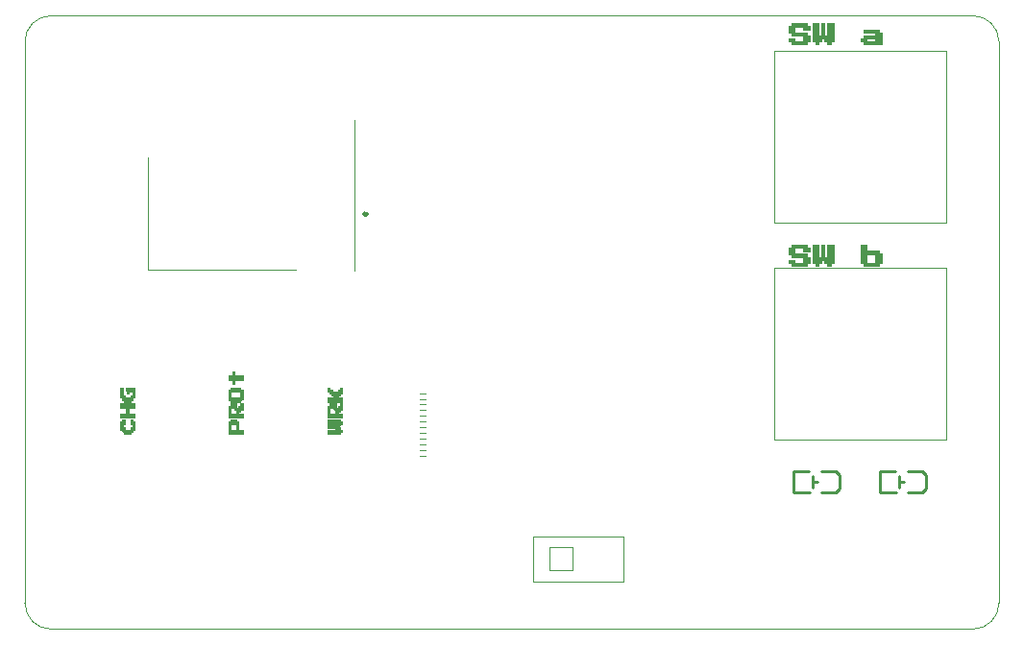
<source format=gbr>
%TF.GenerationSoftware,KiCad,Pcbnew,(6.0.2)*%
%TF.CreationDate,2022-03-14T13:43:41+08:00*%
%TF.ProjectId,game,67616d65-2e6b-4696-9361-645f70636258,0.1*%
%TF.SameCoordinates,Original*%
%TF.FileFunction,Legend,Top*%
%TF.FilePolarity,Positive*%
%FSLAX46Y46*%
G04 Gerber Fmt 4.6, Leading zero omitted, Abs format (unit mm)*
G04 Created by KiCad (PCBNEW (6.0.2)) date 2022-03-14 13:43:41*
%MOMM*%
%LPD*%
G01*
G04 APERTURE LIST*
%TA.AperFunction,Profile*%
%ADD10C,0.100000*%
%TD*%
%ADD11C,0.300000*%
%ADD12C,0.100000*%
%ADD13C,0.120000*%
%ADD14C,0.254000*%
%ADD15C,0.010000*%
G04 APERTURE END LIST*
D10*
X109550200Y-123291600D02*
X190830200Y-123291600D01*
X190830200Y-123291600D02*
G75*
G03*
X193116200Y-121005600I0J2286000D01*
G01*
X193116200Y-71475600D02*
X193116200Y-121005600D01*
X107264200Y-71475600D02*
X107264200Y-121005600D01*
X193116200Y-71475600D02*
G75*
G03*
X190830200Y-69189600I-2286000J0D01*
G01*
X109550200Y-69189600D02*
X190830200Y-69189600D01*
X107264200Y-121005600D02*
G75*
G03*
X109550200Y-123291600I2286000J0D01*
G01*
X109550200Y-69189600D02*
G75*
G03*
X107264200Y-71475600I0J-2286000D01*
G01*
D11*
%TO.C,S1*%
X137368200Y-86715600D02*
X137368200Y-86715600D01*
D12*
X118069200Y-91550600D02*
X131169200Y-91550600D01*
D11*
X137169200Y-86715600D02*
X137169200Y-86715600D01*
D12*
X136268200Y-78400600D02*
X136268200Y-91715600D01*
X118069200Y-81715600D02*
X118069200Y-91550600D01*
D11*
X137169200Y-86715600D02*
G75*
G03*
X137368200Y-86715600I99500J0D01*
G01*
X137368200Y-86715600D02*
G75*
G03*
X137169200Y-86715600I-99500J0D01*
G01*
D13*
%TO.C,S3*%
X188498800Y-91383800D02*
X173298800Y-91383800D01*
X173298800Y-91383800D02*
X173298800Y-106583800D01*
X173298800Y-106583800D02*
X188498800Y-106583800D01*
X188498800Y-106583800D02*
X188498800Y-91383800D01*
D14*
%TO.C,LED1*%
X184274000Y-110812200D02*
X184274000Y-109812200D01*
X184274000Y-110307200D02*
X184774000Y-110307200D01*
X186324000Y-109362200D02*
X186324000Y-109362200D01*
X185074000Y-109362200D02*
X186324000Y-109362200D01*
X186324000Y-109362200D02*
X186674000Y-109712200D01*
X186674000Y-110912200D02*
X186674000Y-109712200D01*
X182594000Y-111272200D02*
X182594000Y-109372200D01*
X183934000Y-109372200D02*
X182594000Y-109372200D01*
X186324000Y-111262200D02*
X186674000Y-110912200D01*
X186324000Y-111262200D02*
X186324000Y-111262200D01*
X184074000Y-111262200D02*
X182594000Y-111272200D01*
X185074000Y-111262200D02*
X186324000Y-111262200D01*
%TO.C,LED2*%
X176652600Y-110302200D02*
X177152600Y-110302200D01*
X178702600Y-111257200D02*
X178702600Y-111257200D01*
X178702600Y-109357200D02*
X179052600Y-109707200D01*
X174972600Y-111267200D02*
X174972600Y-109367200D01*
X178702600Y-111257200D02*
X179052600Y-110907200D01*
X178702600Y-109357200D02*
X178702600Y-109357200D01*
X179052600Y-110907200D02*
X179052600Y-109707200D01*
X177452600Y-111257200D02*
X178702600Y-111257200D01*
X176652600Y-110807200D02*
X176652600Y-109807200D01*
X176312600Y-109367200D02*
X174972600Y-109367200D01*
X176452600Y-111257200D02*
X174972600Y-111267200D01*
X177452600Y-109357200D02*
X178702600Y-109357200D01*
D13*
%TO.C,S4*%
X152032200Y-119093600D02*
X160032200Y-119093600D01*
X160032200Y-119093600D02*
X160032200Y-115093600D01*
X160032200Y-115093600D02*
X152032200Y-115093600D01*
X152032200Y-115093600D02*
X152032200Y-119093600D01*
X153532200Y-118093600D02*
X155532200Y-118093600D01*
X155532200Y-118093600D02*
X155532200Y-116093600D01*
X155532200Y-116093600D02*
X153532200Y-116093600D01*
X153532200Y-116093600D02*
X153532200Y-118093600D01*
D15*
%TO.C,Ref\u002A\u002A*%
X176161700Y-70112466D02*
X176436866Y-70112466D01*
X176436866Y-70112466D02*
X176436866Y-70408800D01*
X176436866Y-70408800D02*
X175886533Y-70408800D01*
X175886533Y-70408800D02*
X175886533Y-70133633D01*
X175886533Y-70133633D02*
X175103366Y-70133633D01*
X175103366Y-70133633D02*
X175103366Y-70641633D01*
X175103366Y-70641633D02*
X176161700Y-70641633D01*
X176161700Y-70641633D02*
X176161700Y-70916800D01*
X176161700Y-70916800D02*
X176436866Y-70916800D01*
X176436866Y-70916800D02*
X176436866Y-71467133D01*
X176436866Y-71467133D02*
X176161700Y-71467133D01*
X176161700Y-71467133D02*
X176161700Y-71721133D01*
X176161700Y-71721133D02*
X174828200Y-71721133D01*
X174828200Y-71721133D02*
X174828200Y-71467133D01*
X174828200Y-71467133D02*
X174553033Y-71467133D01*
X174553033Y-71467133D02*
X174553033Y-71170800D01*
X174553033Y-71170800D02*
X175103366Y-71170800D01*
X175103366Y-71170800D02*
X175103366Y-71445966D01*
X175103366Y-71445966D02*
X175886533Y-71445966D01*
X175886533Y-71445966D02*
X175886533Y-70937966D01*
X175886533Y-70937966D02*
X174828200Y-70937966D01*
X174828200Y-70937966D02*
X174828200Y-70662800D01*
X174828200Y-70662800D02*
X174553033Y-70662800D01*
X174553033Y-70662800D02*
X174553033Y-70112466D01*
X174553033Y-70112466D02*
X174828200Y-70112466D01*
X174828200Y-70112466D02*
X174828200Y-69858466D01*
X174828200Y-69858466D02*
X176161700Y-69858466D01*
X176161700Y-69858466D02*
X176161700Y-70112466D01*
X176161700Y-70112466D02*
X176161700Y-70112466D01*
G36*
X176161700Y-70112466D02*
G01*
X176436866Y-70112466D01*
X176436866Y-70408800D01*
X175886533Y-70408800D01*
X175886533Y-70133633D01*
X175103366Y-70133633D01*
X175103366Y-70641633D01*
X176161700Y-70641633D01*
X176161700Y-70916800D01*
X176436866Y-70916800D01*
X176436866Y-71467133D01*
X176161700Y-71467133D01*
X176161700Y-71721133D01*
X174828200Y-71721133D01*
X174828200Y-71467133D01*
X174553033Y-71467133D01*
X174553033Y-71170800D01*
X175103366Y-71170800D01*
X175103366Y-71445966D01*
X175886533Y-71445966D01*
X175886533Y-70937966D01*
X174828200Y-70937966D01*
X174828200Y-70662800D01*
X174553033Y-70662800D01*
X174553033Y-70112466D01*
X174828200Y-70112466D01*
X174828200Y-69858466D01*
X176161700Y-69858466D01*
X176161700Y-70112466D01*
G37*
X176161700Y-70112466D02*
X176436866Y-70112466D01*
X176436866Y-70408800D01*
X175886533Y-70408800D01*
X175886533Y-70133633D01*
X175103366Y-70133633D01*
X175103366Y-70641633D01*
X176161700Y-70641633D01*
X176161700Y-70916800D01*
X176436866Y-70916800D01*
X176436866Y-71467133D01*
X176161700Y-71467133D01*
X176161700Y-71721133D01*
X174828200Y-71721133D01*
X174828200Y-71467133D01*
X174553033Y-71467133D01*
X174553033Y-71170800D01*
X175103366Y-71170800D01*
X175103366Y-71445966D01*
X175886533Y-71445966D01*
X175886533Y-70937966D01*
X174828200Y-70937966D01*
X174828200Y-70662800D01*
X174553033Y-70662800D01*
X174553033Y-70112466D01*
X174828200Y-70112466D01*
X174828200Y-69858466D01*
X176161700Y-69858466D01*
X176161700Y-70112466D01*
X125933200Y-103746300D02*
X126007283Y-103746300D01*
X126007283Y-103746300D02*
X126054716Y-103743736D01*
X126054716Y-103743736D02*
X126075795Y-103727910D01*
X126075795Y-103727910D02*
X126081201Y-103686616D01*
X126081201Y-103686616D02*
X126081366Y-103661633D01*
X126081366Y-103661633D02*
X126083403Y-103607439D01*
X126083403Y-103607439D02*
X126097660Y-103583358D01*
X126097660Y-103583358D02*
X126136359Y-103577170D01*
X126136359Y-103577170D02*
X126166033Y-103576966D01*
X126166033Y-103576966D02*
X126250700Y-103576966D01*
X126250700Y-103576966D02*
X126250700Y-103386466D01*
X126250700Y-103386466D02*
X126462366Y-103386466D01*
X126462366Y-103386466D02*
X126462366Y-103936800D01*
X126462366Y-103936800D02*
X126271866Y-103936800D01*
X126271866Y-103936800D02*
X126271866Y-104127300D01*
X126271866Y-104127300D02*
X126187200Y-104127300D01*
X126187200Y-104127300D02*
X126132990Y-104129542D01*
X126132990Y-104129542D02*
X126108900Y-104143390D01*
X126108900Y-104143390D02*
X126102722Y-104179523D01*
X126102722Y-104179523D02*
X126102533Y-104201383D01*
X126102533Y-104201383D02*
X126102533Y-104275466D01*
X126102533Y-104275466D02*
X126464014Y-104275466D01*
X126464014Y-104275466D02*
X126457899Y-104460675D01*
X126457899Y-104460675D02*
X126451783Y-104645883D01*
X126451783Y-104645883D02*
X125822075Y-104651489D01*
X125822075Y-104651489D02*
X125192366Y-104657096D01*
X125192366Y-104657096D02*
X125192366Y-103767466D01*
X125192366Y-103767466D02*
X125404033Y-103767466D01*
X125404033Y-103767466D02*
X125404033Y-104275466D01*
X125404033Y-104275466D02*
X125912033Y-104275466D01*
X125912033Y-104275466D02*
X125912033Y-103936800D01*
X125912033Y-103936800D02*
X125721533Y-103936800D01*
X125721533Y-103936800D02*
X125721533Y-103767466D01*
X125721533Y-103767466D02*
X125404033Y-103767466D01*
X125404033Y-103767466D02*
X125192366Y-103767466D01*
X125192366Y-103767466D02*
X125192366Y-103576966D01*
X125192366Y-103576966D02*
X125382866Y-103576966D01*
X125382866Y-103576966D02*
X125382866Y-103386466D01*
X125382866Y-103386466D02*
X125933200Y-103386466D01*
X125933200Y-103386466D02*
X125933200Y-103746300D01*
X125933200Y-103746300D02*
X125933200Y-103746300D01*
G36*
X125382866Y-103576966D02*
G01*
X125382866Y-103386466D01*
X125933200Y-103386466D01*
X125933200Y-103746300D01*
X126007283Y-103746300D01*
X126054716Y-103743736D01*
X126075795Y-103727910D01*
X126081201Y-103686616D01*
X126081366Y-103661633D01*
X126083403Y-103607439D01*
X126097660Y-103583358D01*
X126136359Y-103577170D01*
X126166033Y-103576966D01*
X126250700Y-103576966D01*
X126250700Y-103386466D01*
X126462366Y-103386466D01*
X126462366Y-103936800D01*
X126271866Y-103936800D01*
X126271866Y-104127300D01*
X126187200Y-104127300D01*
X126132990Y-104129542D01*
X126108900Y-104143390D01*
X126102722Y-104179523D01*
X126102533Y-104201383D01*
X126102533Y-104275466D01*
X126464014Y-104275466D01*
X126457899Y-104460675D01*
X126451783Y-104645883D01*
X125822075Y-104651489D01*
X125192366Y-104657096D01*
X125192366Y-104275466D01*
X125404033Y-104275466D01*
X125912033Y-104275466D01*
X125912033Y-103936800D01*
X125721533Y-103936800D01*
X125721533Y-103767466D01*
X125404033Y-103767466D01*
X125404033Y-104275466D01*
X125192366Y-104275466D01*
X125192366Y-103576966D01*
X125382866Y-103576966D01*
G37*
X125382866Y-103576966D02*
X125382866Y-103386466D01*
X125933200Y-103386466D01*
X125933200Y-103746300D01*
X126007283Y-103746300D01*
X126054716Y-103743736D01*
X126075795Y-103727910D01*
X126081201Y-103686616D01*
X126081366Y-103661633D01*
X126083403Y-103607439D01*
X126097660Y-103583358D01*
X126136359Y-103577170D01*
X126166033Y-103576966D01*
X126250700Y-103576966D01*
X126250700Y-103386466D01*
X126462366Y-103386466D01*
X126462366Y-103936800D01*
X126271866Y-103936800D01*
X126271866Y-104127300D01*
X126187200Y-104127300D01*
X126132990Y-104129542D01*
X126108900Y-104143390D01*
X126102722Y-104179523D01*
X126102533Y-104201383D01*
X126102533Y-104275466D01*
X126464014Y-104275466D01*
X126457899Y-104460675D01*
X126451783Y-104645883D01*
X125822075Y-104651489D01*
X125192366Y-104657096D01*
X125192366Y-104275466D01*
X125404033Y-104275466D01*
X125912033Y-104275466D01*
X125912033Y-103936800D01*
X125721533Y-103936800D01*
X125721533Y-103767466D01*
X125404033Y-103767466D01*
X125404033Y-104275466D01*
X125192366Y-104275466D01*
X125192366Y-103576966D01*
X125382866Y-103576966D01*
X176161700Y-89649300D02*
X176436866Y-89649300D01*
X176436866Y-89649300D02*
X176436866Y-89945633D01*
X176436866Y-89945633D02*
X175886533Y-89945633D01*
X175886533Y-89945633D02*
X175886533Y-89670466D01*
X175886533Y-89670466D02*
X175103366Y-89670466D01*
X175103366Y-89670466D02*
X175103366Y-90178466D01*
X175103366Y-90178466D02*
X176161700Y-90178466D01*
X176161700Y-90178466D02*
X176161700Y-90453633D01*
X176161700Y-90453633D02*
X176436866Y-90453633D01*
X176436866Y-90453633D02*
X176436866Y-91003966D01*
X176436866Y-91003966D02*
X176161700Y-91003966D01*
X176161700Y-91003966D02*
X176161700Y-91257966D01*
X176161700Y-91257966D02*
X174828200Y-91257966D01*
X174828200Y-91257966D02*
X174828200Y-91003966D01*
X174828200Y-91003966D02*
X174553033Y-91003966D01*
X174553033Y-91003966D02*
X174553033Y-90707633D01*
X174553033Y-90707633D02*
X175103366Y-90707633D01*
X175103366Y-90707633D02*
X175103366Y-90982800D01*
X175103366Y-90982800D02*
X175886533Y-90982800D01*
X175886533Y-90982800D02*
X175886533Y-90474800D01*
X175886533Y-90474800D02*
X174828200Y-90474800D01*
X174828200Y-90474800D02*
X174828200Y-90199633D01*
X174828200Y-90199633D02*
X174553033Y-90199633D01*
X174553033Y-90199633D02*
X174553033Y-89649300D01*
X174553033Y-89649300D02*
X174828200Y-89649300D01*
X174828200Y-89649300D02*
X174828200Y-89395300D01*
X174828200Y-89395300D02*
X176161700Y-89395300D01*
X176161700Y-89395300D02*
X176161700Y-89649300D01*
X176161700Y-89649300D02*
X176161700Y-89649300D01*
G36*
X176161700Y-89649300D02*
G01*
X176436866Y-89649300D01*
X176436866Y-89945633D01*
X175886533Y-89945633D01*
X175886533Y-89670466D01*
X175103366Y-89670466D01*
X175103366Y-90178466D01*
X176161700Y-90178466D01*
X176161700Y-90453633D01*
X176436866Y-90453633D01*
X176436866Y-91003966D01*
X176161700Y-91003966D01*
X176161700Y-91257966D01*
X174828200Y-91257966D01*
X174828200Y-91003966D01*
X174553033Y-91003966D01*
X174553033Y-90707633D01*
X175103366Y-90707633D01*
X175103366Y-90982800D01*
X175886533Y-90982800D01*
X175886533Y-90474800D01*
X174828200Y-90474800D01*
X174828200Y-90199633D01*
X174553033Y-90199633D01*
X174553033Y-89649300D01*
X174828200Y-89649300D01*
X174828200Y-89395300D01*
X176161700Y-89395300D01*
X176161700Y-89649300D01*
G37*
X176161700Y-89649300D02*
X176436866Y-89649300D01*
X176436866Y-89945633D01*
X175886533Y-89945633D01*
X175886533Y-89670466D01*
X175103366Y-89670466D01*
X175103366Y-90178466D01*
X176161700Y-90178466D01*
X176161700Y-90453633D01*
X176436866Y-90453633D01*
X176436866Y-91003966D01*
X176161700Y-91003966D01*
X176161700Y-91257966D01*
X174828200Y-91257966D01*
X174828200Y-91003966D01*
X174553033Y-91003966D01*
X174553033Y-90707633D01*
X175103366Y-90707633D01*
X175103366Y-90982800D01*
X175886533Y-90982800D01*
X175886533Y-90474800D01*
X174828200Y-90474800D01*
X174828200Y-90199633D01*
X174553033Y-90199633D01*
X174553033Y-89649300D01*
X174828200Y-89649300D01*
X174828200Y-89395300D01*
X176161700Y-89395300D01*
X176161700Y-89649300D01*
X177220033Y-70916800D02*
X177474033Y-70916800D01*
X177474033Y-70916800D02*
X177474033Y-69858466D01*
X177474033Y-69858466D02*
X177749200Y-69858466D01*
X177749200Y-69858466D02*
X177749200Y-70916800D01*
X177749200Y-70916800D02*
X178003200Y-70916800D01*
X178003200Y-70916800D02*
X178003200Y-69858466D01*
X178003200Y-69858466D02*
X178553533Y-69858466D01*
X178553533Y-69858466D02*
X178553533Y-71467133D01*
X178553533Y-71467133D02*
X178278366Y-71467133D01*
X178278366Y-71467133D02*
X178278366Y-71721133D01*
X178278366Y-71721133D02*
X178003200Y-71721133D01*
X178003200Y-71721133D02*
X178003200Y-71467133D01*
X178003200Y-71467133D02*
X177728033Y-71467133D01*
X177728033Y-71467133D02*
X177728033Y-71191966D01*
X177728033Y-71191966D02*
X177495200Y-71191966D01*
X177495200Y-71191966D02*
X177495200Y-71467133D01*
X177495200Y-71467133D02*
X177220033Y-71467133D01*
X177220033Y-71467133D02*
X177220033Y-71721133D01*
X177220033Y-71721133D02*
X176944866Y-71721133D01*
X176944866Y-71721133D02*
X176944866Y-71467133D01*
X176944866Y-71467133D02*
X176669700Y-71467133D01*
X176669700Y-71467133D02*
X176669700Y-69858466D01*
X176669700Y-69858466D02*
X177220033Y-69858466D01*
X177220033Y-69858466D02*
X177220033Y-70916800D01*
X177220033Y-70916800D02*
X177220033Y-70916800D01*
G36*
X177220033Y-70916800D02*
G01*
X177474033Y-70916800D01*
X177474033Y-69858466D01*
X177749200Y-69858466D01*
X177749200Y-70916800D01*
X178003200Y-70916800D01*
X178003200Y-69858466D01*
X178553533Y-69858466D01*
X178553533Y-71467133D01*
X178278366Y-71467133D01*
X178278366Y-71721133D01*
X178003200Y-71721133D01*
X178003200Y-71467133D01*
X177728033Y-71467133D01*
X177728033Y-71191966D01*
X177495200Y-71191966D01*
X177495200Y-71467133D01*
X177220033Y-71467133D01*
X177220033Y-71721133D01*
X176944866Y-71721133D01*
X176944866Y-71467133D01*
X176669700Y-71467133D01*
X176669700Y-69858466D01*
X177220033Y-69858466D01*
X177220033Y-70916800D01*
G37*
X177220033Y-70916800D02*
X177474033Y-70916800D01*
X177474033Y-69858466D01*
X177749200Y-69858466D01*
X177749200Y-70916800D01*
X178003200Y-70916800D01*
X178003200Y-69858466D01*
X178553533Y-69858466D01*
X178553533Y-71467133D01*
X178278366Y-71467133D01*
X178278366Y-71721133D01*
X178003200Y-71721133D01*
X178003200Y-71467133D01*
X177728033Y-71467133D01*
X177728033Y-71191966D01*
X177495200Y-71191966D01*
X177495200Y-71467133D01*
X177220033Y-71467133D01*
X177220033Y-71721133D01*
X176944866Y-71721133D01*
X176944866Y-71467133D01*
X176669700Y-71467133D01*
X176669700Y-69858466D01*
X177220033Y-69858466D01*
X177220033Y-70916800D01*
X125933200Y-104889300D02*
X125935236Y-104943493D01*
X125935236Y-104943493D02*
X125949494Y-104967574D01*
X125949494Y-104967574D02*
X125988192Y-104973763D01*
X125988192Y-104973763D02*
X126017866Y-104973966D01*
X126017866Y-104973966D02*
X126102533Y-104973966D01*
X126102533Y-104973966D02*
X126102533Y-105693633D01*
X126102533Y-105693633D02*
X126462366Y-105693633D01*
X126462366Y-105693633D02*
X126462366Y-106053466D01*
X126462366Y-106053466D02*
X125192366Y-106053466D01*
X125192366Y-106053466D02*
X125192366Y-105185633D01*
X125192366Y-105185633D02*
X125404033Y-105185633D01*
X125404033Y-105185633D02*
X125404033Y-105693633D01*
X125404033Y-105693633D02*
X125912033Y-105693633D01*
X125912033Y-105693633D02*
X125912033Y-105185633D01*
X125912033Y-105185633D02*
X125404033Y-105185633D01*
X125404033Y-105185633D02*
X125192366Y-105185633D01*
X125192366Y-105185633D02*
X125192366Y-104973966D01*
X125192366Y-104973966D02*
X125382866Y-104973966D01*
X125382866Y-104973966D02*
X125382866Y-104804633D01*
X125382866Y-104804633D02*
X125933200Y-104804633D01*
X125933200Y-104804633D02*
X125933200Y-104889300D01*
X125933200Y-104889300D02*
X125933200Y-104889300D01*
G36*
X125382866Y-104973966D02*
G01*
X125382866Y-104804633D01*
X125933200Y-104804633D01*
X125933200Y-104889300D01*
X125935236Y-104943493D01*
X125949494Y-104967574D01*
X125988192Y-104973763D01*
X126017866Y-104973966D01*
X126102533Y-104973966D01*
X126102533Y-105693633D01*
X126462366Y-105693633D01*
X126462366Y-106053466D01*
X125192366Y-106053466D01*
X125192366Y-105693633D01*
X125404033Y-105693633D01*
X125912033Y-105693633D01*
X125912033Y-105185633D01*
X125404033Y-105185633D01*
X125404033Y-105693633D01*
X125192366Y-105693633D01*
X125192366Y-104973966D01*
X125382866Y-104973966D01*
G37*
X125382866Y-104973966D02*
X125382866Y-104804633D01*
X125933200Y-104804633D01*
X125933200Y-104889300D01*
X125935236Y-104943493D01*
X125949494Y-104967574D01*
X125988192Y-104973763D01*
X126017866Y-104973966D01*
X126102533Y-104973966D01*
X126102533Y-105693633D01*
X126462366Y-105693633D01*
X126462366Y-106053466D01*
X125192366Y-106053466D01*
X125192366Y-105693633D01*
X125404033Y-105693633D01*
X125912033Y-105693633D01*
X125912033Y-105185633D01*
X125404033Y-105185633D01*
X125404033Y-105693633D01*
X125192366Y-105693633D01*
X125192366Y-104973966D01*
X125382866Y-104973966D01*
X134675033Y-103746300D02*
X134759700Y-103746300D01*
X134759700Y-103746300D02*
X134813893Y-103744263D01*
X134813893Y-103744263D02*
X134837974Y-103730005D01*
X134837974Y-103730005D02*
X134844163Y-103691307D01*
X134844163Y-103691307D02*
X134844366Y-103661633D01*
X134844366Y-103661633D02*
X134846403Y-103607439D01*
X134846403Y-103607439D02*
X134860660Y-103583358D01*
X134860660Y-103583358D02*
X134899359Y-103577170D01*
X134899359Y-103577170D02*
X134929033Y-103576966D01*
X134929033Y-103576966D02*
X135013700Y-103576966D01*
X135013700Y-103576966D02*
X135013700Y-103386466D01*
X135013700Y-103386466D02*
X135204200Y-103386466D01*
X135204200Y-103386466D02*
X135204200Y-103936800D01*
X135204200Y-103936800D02*
X135034866Y-103936800D01*
X135034866Y-103936800D02*
X135034866Y-104127300D01*
X135034866Y-104127300D02*
X134950200Y-104127300D01*
X134950200Y-104127300D02*
X134895990Y-104129542D01*
X134895990Y-104129542D02*
X134871900Y-104143390D01*
X134871900Y-104143390D02*
X134865722Y-104179523D01*
X134865722Y-104179523D02*
X134865533Y-104201383D01*
X134865533Y-104201383D02*
X134865533Y-104275466D01*
X134865533Y-104275466D02*
X135204200Y-104275466D01*
X135204200Y-104275466D02*
X135204200Y-104656466D01*
X135204200Y-104656466D02*
X133955366Y-104656466D01*
X133955366Y-104656466D02*
X133955366Y-103767466D01*
X133955366Y-103767466D02*
X134145866Y-103767466D01*
X134145866Y-103767466D02*
X134145866Y-104275466D01*
X134145866Y-104275466D02*
X134653866Y-104275466D01*
X134653866Y-104275466D02*
X134653866Y-103936800D01*
X134653866Y-103936800D02*
X134569200Y-103936800D01*
X134569200Y-103936800D02*
X134515006Y-103934763D01*
X134515006Y-103934763D02*
X134490925Y-103920505D01*
X134490925Y-103920505D02*
X134484736Y-103881807D01*
X134484736Y-103881807D02*
X134484533Y-103852133D01*
X134484533Y-103852133D02*
X134484533Y-103767466D01*
X134484533Y-103767466D02*
X134145866Y-103767466D01*
X134145866Y-103767466D02*
X133955366Y-103767466D01*
X133955366Y-103767466D02*
X133955366Y-103576966D01*
X133955366Y-103576966D02*
X134124700Y-103576966D01*
X134124700Y-103576966D02*
X134124700Y-103386466D01*
X134124700Y-103386466D02*
X134675033Y-103386466D01*
X134675033Y-103386466D02*
X134675033Y-103746300D01*
X134675033Y-103746300D02*
X134675033Y-103746300D01*
G36*
X134124700Y-103576966D02*
G01*
X134124700Y-103386466D01*
X134675033Y-103386466D01*
X134675033Y-103746300D01*
X134759700Y-103746300D01*
X134813893Y-103744263D01*
X134837974Y-103730005D01*
X134844163Y-103691307D01*
X134844366Y-103661633D01*
X134846403Y-103607439D01*
X134860660Y-103583358D01*
X134899359Y-103577170D01*
X134929033Y-103576966D01*
X135013700Y-103576966D01*
X135013700Y-103386466D01*
X135204200Y-103386466D01*
X135204200Y-103936800D01*
X135034866Y-103936800D01*
X135034866Y-104127300D01*
X134950200Y-104127300D01*
X134895990Y-104129542D01*
X134871900Y-104143390D01*
X134865722Y-104179523D01*
X134865533Y-104201383D01*
X134865533Y-104275466D01*
X135204200Y-104275466D01*
X135204200Y-104656466D01*
X133955366Y-104656466D01*
X133955366Y-104275466D01*
X134145866Y-104275466D01*
X134653866Y-104275466D01*
X134653866Y-103936800D01*
X134569200Y-103936800D01*
X134515006Y-103934763D01*
X134490925Y-103920505D01*
X134484736Y-103881807D01*
X134484533Y-103852133D01*
X134484533Y-103767466D01*
X134145866Y-103767466D01*
X134145866Y-104275466D01*
X133955366Y-104275466D01*
X133955366Y-103576966D01*
X134124700Y-103576966D01*
G37*
X134124700Y-103576966D02*
X134124700Y-103386466D01*
X134675033Y-103386466D01*
X134675033Y-103746300D01*
X134759700Y-103746300D01*
X134813893Y-103744263D01*
X134837974Y-103730005D01*
X134844163Y-103691307D01*
X134844366Y-103661633D01*
X134846403Y-103607439D01*
X134860660Y-103583358D01*
X134899359Y-103577170D01*
X134929033Y-103576966D01*
X135013700Y-103576966D01*
X135013700Y-103386466D01*
X135204200Y-103386466D01*
X135204200Y-103936800D01*
X135034866Y-103936800D01*
X135034866Y-104127300D01*
X134950200Y-104127300D01*
X134895990Y-104129542D01*
X134871900Y-104143390D01*
X134865722Y-104179523D01*
X134865533Y-104201383D01*
X134865533Y-104275466D01*
X135204200Y-104275466D01*
X135204200Y-104656466D01*
X133955366Y-104656466D01*
X133955366Y-104275466D01*
X134145866Y-104275466D01*
X134653866Y-104275466D01*
X134653866Y-103936800D01*
X134569200Y-103936800D01*
X134515006Y-103934763D01*
X134490925Y-103920505D01*
X134484736Y-103881807D01*
X134484533Y-103852133D01*
X134484533Y-103767466D01*
X134145866Y-103767466D01*
X134145866Y-104275466D01*
X133955366Y-104275466D01*
X133955366Y-103576966D01*
X134124700Y-103576966D01*
X125742700Y-100931133D02*
X126462366Y-100931133D01*
X126462366Y-100931133D02*
X126462366Y-101290966D01*
X126462366Y-101290966D02*
X125742700Y-101290966D01*
X125742700Y-101290966D02*
X125742700Y-101650800D01*
X125742700Y-101650800D02*
X125552200Y-101650800D01*
X125552200Y-101650800D02*
X125552200Y-101290966D01*
X125552200Y-101290966D02*
X125192366Y-101290966D01*
X125192366Y-101290966D02*
X125192366Y-100931133D01*
X125192366Y-100931133D02*
X125552200Y-100931133D01*
X125552200Y-100931133D02*
X125552200Y-100571300D01*
X125552200Y-100571300D02*
X125742700Y-100571300D01*
X125742700Y-100571300D02*
X125742700Y-100931133D01*
X125742700Y-100931133D02*
X125742700Y-100931133D01*
G36*
X125742700Y-100931133D02*
G01*
X126462366Y-100931133D01*
X126462366Y-101290966D01*
X125742700Y-101290966D01*
X125742700Y-101650800D01*
X125552200Y-101650800D01*
X125552200Y-101290966D01*
X125192366Y-101290966D01*
X125192366Y-100931133D01*
X125552200Y-100931133D01*
X125552200Y-100571300D01*
X125742700Y-100571300D01*
X125742700Y-100931133D01*
G37*
X125742700Y-100931133D02*
X126462366Y-100931133D01*
X126462366Y-101290966D01*
X125742700Y-101290966D01*
X125742700Y-101650800D01*
X125552200Y-101650800D01*
X125552200Y-101290966D01*
X125192366Y-101290966D01*
X125192366Y-100931133D01*
X125552200Y-100931133D01*
X125552200Y-100571300D01*
X125742700Y-100571300D01*
X125742700Y-100931133D01*
X134145866Y-102158800D02*
X134336366Y-102158800D01*
X134336366Y-102158800D02*
X134336366Y-102243466D01*
X134336366Y-102243466D02*
X134338403Y-102297660D01*
X134338403Y-102297660D02*
X134352660Y-102321741D01*
X134352660Y-102321741D02*
X134391359Y-102327929D01*
X134391359Y-102327929D02*
X134421033Y-102328133D01*
X134421033Y-102328133D02*
X134505700Y-102328133D01*
X134505700Y-102328133D02*
X134505700Y-102423383D01*
X134505700Y-102423383D02*
X134507281Y-102481909D01*
X134507281Y-102481909D02*
X134517999Y-102509622D01*
X134517999Y-102509622D02*
X134546815Y-102518045D01*
X134546815Y-102518045D02*
X134579783Y-102518633D01*
X134579783Y-102518633D02*
X134625303Y-102516599D01*
X134625303Y-102516599D02*
X134646858Y-102502819D01*
X134646858Y-102502819D02*
X134653409Y-102465769D01*
X134653409Y-102465769D02*
X134653866Y-102423383D01*
X134653866Y-102423383D02*
X134653866Y-102328133D01*
X134653866Y-102328133D02*
X134844366Y-102328133D01*
X134844366Y-102328133D02*
X134844366Y-102243466D01*
X134844366Y-102243466D02*
X134846403Y-102189273D01*
X134846403Y-102189273D02*
X134860660Y-102165192D01*
X134860660Y-102165192D02*
X134899359Y-102159003D01*
X134899359Y-102159003D02*
X134929033Y-102158800D01*
X134929033Y-102158800D02*
X134983226Y-102156763D01*
X134983226Y-102156763D02*
X135007307Y-102142505D01*
X135007307Y-102142505D02*
X135013496Y-102103807D01*
X135013496Y-102103807D02*
X135013700Y-102074133D01*
X135013700Y-102074133D02*
X135013700Y-101989466D01*
X135013700Y-101989466D02*
X135204200Y-101989466D01*
X135204200Y-101989466D02*
X135204200Y-102539800D01*
X135204200Y-102539800D02*
X135119533Y-102539800D01*
X135119533Y-102539800D02*
X135065339Y-102541836D01*
X135065339Y-102541836D02*
X135041258Y-102556094D01*
X135041258Y-102556094D02*
X135035070Y-102594792D01*
X135035070Y-102594792D02*
X135034866Y-102624466D01*
X135034866Y-102624466D02*
X135032829Y-102678660D01*
X135032829Y-102678660D02*
X135018572Y-102702741D01*
X135018572Y-102702741D02*
X134979874Y-102708929D01*
X134979874Y-102708929D02*
X134950200Y-102709133D01*
X134950200Y-102709133D02*
X134895990Y-102711376D01*
X134895990Y-102711376D02*
X134871900Y-102725224D01*
X134871900Y-102725224D02*
X134865722Y-102761356D01*
X134865722Y-102761356D02*
X134865533Y-102783216D01*
X134865533Y-102783216D02*
X134865533Y-102857300D01*
X134865533Y-102857300D02*
X135204200Y-102857300D01*
X135204200Y-102857300D02*
X135204200Y-103238300D01*
X135204200Y-103238300D02*
X133955366Y-103238300D01*
X133955366Y-103238300D02*
X133955366Y-102857300D01*
X133955366Y-102857300D02*
X134484533Y-102857300D01*
X134484533Y-102857300D02*
X134484533Y-102783216D01*
X134484533Y-102783216D02*
X134481970Y-102735783D01*
X134481970Y-102735783D02*
X134466143Y-102714704D01*
X134466143Y-102714704D02*
X134424849Y-102709298D01*
X134424849Y-102709298D02*
X134399866Y-102709133D01*
X134399866Y-102709133D02*
X134345672Y-102707074D01*
X134345672Y-102707074D02*
X134321592Y-102692869D01*
X134321592Y-102692869D02*
X134315403Y-102654473D01*
X134315403Y-102654473D02*
X134315200Y-102625683D01*
X134315200Y-102625683D02*
X134313127Y-102573265D01*
X134313127Y-102573265D02*
X134299032Y-102548197D01*
X134299032Y-102548197D02*
X134261101Y-102538666D01*
X134261101Y-102538666D02*
X134225241Y-102535725D01*
X134225241Y-102535725D02*
X134168738Y-102529574D01*
X134168738Y-102529574D02*
X134141796Y-102513596D01*
X134141796Y-102513596D02*
X134131739Y-102475114D01*
X134131739Y-102475114D02*
X134128774Y-102439258D01*
X134128774Y-102439258D02*
X134122775Y-102382913D01*
X134122775Y-102382913D02*
X134107824Y-102356989D01*
X134107824Y-102356989D02*
X134072108Y-102349673D01*
X134072108Y-102349673D02*
X134038816Y-102349300D01*
X134038816Y-102349300D02*
X133955366Y-102349300D01*
X133955366Y-102349300D02*
X133955366Y-101989466D01*
X133955366Y-101989466D02*
X134145866Y-101989466D01*
X134145866Y-101989466D02*
X134145866Y-102158800D01*
X134145866Y-102158800D02*
X134145866Y-102158800D01*
G36*
X134145866Y-102158800D02*
G01*
X134336366Y-102158800D01*
X134336366Y-102243466D01*
X134338403Y-102297660D01*
X134352660Y-102321741D01*
X134391359Y-102327929D01*
X134421033Y-102328133D01*
X134505700Y-102328133D01*
X134505700Y-102423383D01*
X134507281Y-102481909D01*
X134517999Y-102509622D01*
X134546815Y-102518045D01*
X134579783Y-102518633D01*
X134625303Y-102516599D01*
X134646858Y-102502819D01*
X134653409Y-102465769D01*
X134653866Y-102423383D01*
X134653866Y-102328133D01*
X134844366Y-102328133D01*
X134844366Y-102243466D01*
X134846403Y-102189273D01*
X134860660Y-102165192D01*
X134899359Y-102159003D01*
X134929033Y-102158800D01*
X134983226Y-102156763D01*
X135007307Y-102142505D01*
X135013496Y-102103807D01*
X135013700Y-102074133D01*
X135013700Y-101989466D01*
X135204200Y-101989466D01*
X135204200Y-102539800D01*
X135119533Y-102539800D01*
X135065339Y-102541836D01*
X135041258Y-102556094D01*
X135035070Y-102594792D01*
X135034866Y-102624466D01*
X135032829Y-102678660D01*
X135018572Y-102702741D01*
X134979874Y-102708929D01*
X134950200Y-102709133D01*
X134895990Y-102711376D01*
X134871900Y-102725224D01*
X134865722Y-102761356D01*
X134865533Y-102783216D01*
X134865533Y-102857300D01*
X135204200Y-102857300D01*
X135204200Y-103238300D01*
X133955366Y-103238300D01*
X133955366Y-102857300D01*
X134484533Y-102857300D01*
X134484533Y-102783216D01*
X134481970Y-102735783D01*
X134466143Y-102714704D01*
X134424849Y-102709298D01*
X134399866Y-102709133D01*
X134345672Y-102707074D01*
X134321592Y-102692869D01*
X134315403Y-102654473D01*
X134315200Y-102625683D01*
X134313127Y-102573265D01*
X134299032Y-102548197D01*
X134261101Y-102538666D01*
X134225241Y-102535725D01*
X134168738Y-102529574D01*
X134141796Y-102513596D01*
X134131739Y-102475114D01*
X134128774Y-102439258D01*
X134122775Y-102382913D01*
X134107824Y-102356989D01*
X134072108Y-102349673D01*
X134038816Y-102349300D01*
X133955366Y-102349300D01*
X133955366Y-101989466D01*
X134145866Y-101989466D01*
X134145866Y-102158800D01*
G37*
X134145866Y-102158800D02*
X134336366Y-102158800D01*
X134336366Y-102243466D01*
X134338403Y-102297660D01*
X134352660Y-102321741D01*
X134391359Y-102327929D01*
X134421033Y-102328133D01*
X134505700Y-102328133D01*
X134505700Y-102423383D01*
X134507281Y-102481909D01*
X134517999Y-102509622D01*
X134546815Y-102518045D01*
X134579783Y-102518633D01*
X134625303Y-102516599D01*
X134646858Y-102502819D01*
X134653409Y-102465769D01*
X134653866Y-102423383D01*
X134653866Y-102328133D01*
X134844366Y-102328133D01*
X134844366Y-102243466D01*
X134846403Y-102189273D01*
X134860660Y-102165192D01*
X134899359Y-102159003D01*
X134929033Y-102158800D01*
X134983226Y-102156763D01*
X135007307Y-102142505D01*
X135013496Y-102103807D01*
X135013700Y-102074133D01*
X135013700Y-101989466D01*
X135204200Y-101989466D01*
X135204200Y-102539800D01*
X135119533Y-102539800D01*
X135065339Y-102541836D01*
X135041258Y-102556094D01*
X135035070Y-102594792D01*
X135034866Y-102624466D01*
X135032829Y-102678660D01*
X135018572Y-102702741D01*
X134979874Y-102708929D01*
X134950200Y-102709133D01*
X134895990Y-102711376D01*
X134871900Y-102725224D01*
X134865722Y-102761356D01*
X134865533Y-102783216D01*
X134865533Y-102857300D01*
X135204200Y-102857300D01*
X135204200Y-103238300D01*
X133955366Y-103238300D01*
X133955366Y-102857300D01*
X134484533Y-102857300D01*
X134484533Y-102783216D01*
X134481970Y-102735783D01*
X134466143Y-102714704D01*
X134424849Y-102709298D01*
X134399866Y-102709133D01*
X134345672Y-102707074D01*
X134321592Y-102692869D01*
X134315403Y-102654473D01*
X134315200Y-102625683D01*
X134313127Y-102573265D01*
X134299032Y-102548197D01*
X134261101Y-102538666D01*
X134225241Y-102535725D01*
X134168738Y-102529574D01*
X134141796Y-102513596D01*
X134131739Y-102475114D01*
X134128774Y-102439258D01*
X134122775Y-102382913D01*
X134107824Y-102356989D01*
X134072108Y-102349673D01*
X134038816Y-102349300D01*
X133955366Y-102349300D01*
X133955366Y-101989466D01*
X134145866Y-101989466D01*
X134145866Y-102158800D01*
X181453366Y-89924466D02*
X182511700Y-89924466D01*
X182511700Y-89924466D02*
X182511700Y-90178466D01*
X182511700Y-90178466D02*
X182786866Y-90178466D01*
X182786866Y-90178466D02*
X182786866Y-91003966D01*
X182786866Y-91003966D02*
X182511700Y-91003966D01*
X182511700Y-91003966D02*
X182511700Y-91257966D01*
X182511700Y-91257966D02*
X181178200Y-91257966D01*
X181178200Y-91257966D02*
X181178200Y-91003966D01*
X181178200Y-91003966D02*
X180903033Y-91003966D01*
X180903033Y-91003966D02*
X180903033Y-90199633D01*
X180903033Y-90199633D02*
X181453366Y-90199633D01*
X181453366Y-90199633D02*
X181453366Y-90982800D01*
X181453366Y-90982800D02*
X182236533Y-90982800D01*
X182236533Y-90982800D02*
X182236533Y-90199633D01*
X182236533Y-90199633D02*
X181453366Y-90199633D01*
X181453366Y-90199633D02*
X180903033Y-90199633D01*
X180903033Y-90199633D02*
X180903033Y-89395300D01*
X180903033Y-89395300D02*
X181453366Y-89395300D01*
X181453366Y-89395300D02*
X181453366Y-89924466D01*
X181453366Y-89924466D02*
X181453366Y-89924466D01*
G36*
X181453366Y-89395300D02*
G01*
X181453366Y-89924466D01*
X182511700Y-89924466D01*
X182511700Y-90178466D01*
X182786866Y-90178466D01*
X182786866Y-91003966D01*
X182511700Y-91003966D01*
X182511700Y-91257966D01*
X181178200Y-91257966D01*
X181178200Y-91003966D01*
X180903033Y-91003966D01*
X180903033Y-90982800D01*
X181453366Y-90982800D01*
X182236533Y-90982800D01*
X182236533Y-90199633D01*
X181453366Y-90199633D01*
X181453366Y-90982800D01*
X180903033Y-90982800D01*
X180903033Y-89395300D01*
X181453366Y-89395300D01*
G37*
X181453366Y-89395300D02*
X181453366Y-89924466D01*
X182511700Y-89924466D01*
X182511700Y-90178466D01*
X182786866Y-90178466D01*
X182786866Y-91003966D01*
X182511700Y-91003966D01*
X182511700Y-91257966D01*
X181178200Y-91257966D01*
X181178200Y-91003966D01*
X180903033Y-91003966D01*
X180903033Y-90982800D01*
X181453366Y-90982800D01*
X182236533Y-90982800D01*
X182236533Y-90199633D01*
X181453366Y-90199633D01*
X181453366Y-90982800D01*
X180903033Y-90982800D01*
X180903033Y-89395300D01*
X181453366Y-89395300D01*
X115879033Y-102687966D02*
X115963700Y-102687966D01*
X115963700Y-102687966D02*
X116017893Y-102690003D01*
X116017893Y-102690003D02*
X116041974Y-102704260D01*
X116041974Y-102704260D02*
X116048163Y-102742959D01*
X116048163Y-102742959D02*
X116048366Y-102772633D01*
X116048366Y-102772633D02*
X116048366Y-102857300D01*
X116048366Y-102857300D02*
X116556366Y-102857300D01*
X116556366Y-102857300D02*
X116556366Y-102772633D01*
X116556366Y-102772633D02*
X116558403Y-102718439D01*
X116558403Y-102718439D02*
X116572660Y-102694358D01*
X116572660Y-102694358D02*
X116611359Y-102688170D01*
X116611359Y-102688170D02*
X116641033Y-102687966D01*
X116641033Y-102687966D02*
X116725700Y-102687966D01*
X116725700Y-102687966D02*
X116725700Y-102349300D01*
X116725700Y-102349300D02*
X116408200Y-102349300D01*
X116408200Y-102349300D02*
X116408200Y-102542119D01*
X116408200Y-102542119D02*
X116307658Y-102535668D01*
X116307658Y-102535668D02*
X116207116Y-102529216D01*
X116207116Y-102529216D02*
X116195268Y-101989466D01*
X116195268Y-101989466D02*
X116937366Y-101989466D01*
X116937366Y-101989466D02*
X116937366Y-102878466D01*
X116937366Y-102878466D02*
X116746866Y-102878466D01*
X116746866Y-102878466D02*
X116746866Y-103068966D01*
X116746866Y-103068966D02*
X116662200Y-103068966D01*
X116662200Y-103068966D02*
X116608006Y-103071003D01*
X116608006Y-103071003D02*
X116583925Y-103085260D01*
X116583925Y-103085260D02*
X116577736Y-103123959D01*
X116577736Y-103123959D02*
X116577533Y-103153633D01*
X116577533Y-103153633D02*
X116577533Y-103238300D01*
X116577533Y-103238300D02*
X116027200Y-103238300D01*
X116027200Y-103238300D02*
X116027200Y-103153633D01*
X116027200Y-103153633D02*
X116025163Y-103099439D01*
X116025163Y-103099439D02*
X116010905Y-103075358D01*
X116010905Y-103075358D02*
X115972207Y-103069170D01*
X115972207Y-103069170D02*
X115942533Y-103068966D01*
X115942533Y-103068966D02*
X115857866Y-103068966D01*
X115857866Y-103068966D02*
X115857866Y-102878466D01*
X115857866Y-102878466D02*
X115667366Y-102878466D01*
X115667366Y-102878466D02*
X115667366Y-101989466D01*
X115667366Y-101989466D02*
X115879033Y-101989466D01*
X115879033Y-101989466D02*
X115879033Y-102687966D01*
X115879033Y-102687966D02*
X115879033Y-102687966D01*
G36*
X115879033Y-102687966D02*
G01*
X115963700Y-102687966D01*
X116017893Y-102690003D01*
X116041974Y-102704260D01*
X116048163Y-102742959D01*
X116048366Y-102772633D01*
X116048366Y-102857300D01*
X116556366Y-102857300D01*
X116556366Y-102772633D01*
X116558403Y-102718439D01*
X116572660Y-102694358D01*
X116611359Y-102688170D01*
X116641033Y-102687966D01*
X116725700Y-102687966D01*
X116725700Y-102349300D01*
X116408200Y-102349300D01*
X116408200Y-102542119D01*
X116307658Y-102535668D01*
X116207116Y-102529216D01*
X116195268Y-101989466D01*
X116937366Y-101989466D01*
X116937366Y-102878466D01*
X116746866Y-102878466D01*
X116746866Y-103068966D01*
X116662200Y-103068966D01*
X116608006Y-103071003D01*
X116583925Y-103085260D01*
X116577736Y-103123959D01*
X116577533Y-103153633D01*
X116577533Y-103238300D01*
X116027200Y-103238300D01*
X116027200Y-103153633D01*
X116025163Y-103099439D01*
X116010905Y-103075358D01*
X115972207Y-103069170D01*
X115942533Y-103068966D01*
X115857866Y-103068966D01*
X115857866Y-102878466D01*
X115667366Y-102878466D01*
X115667366Y-101989466D01*
X115879033Y-101989466D01*
X115879033Y-102687966D01*
G37*
X115879033Y-102687966D02*
X115963700Y-102687966D01*
X116017893Y-102690003D01*
X116041974Y-102704260D01*
X116048163Y-102742959D01*
X116048366Y-102772633D01*
X116048366Y-102857300D01*
X116556366Y-102857300D01*
X116556366Y-102772633D01*
X116558403Y-102718439D01*
X116572660Y-102694358D01*
X116611359Y-102688170D01*
X116641033Y-102687966D01*
X116725700Y-102687966D01*
X116725700Y-102349300D01*
X116408200Y-102349300D01*
X116408200Y-102542119D01*
X116307658Y-102535668D01*
X116207116Y-102529216D01*
X116195268Y-101989466D01*
X116937366Y-101989466D01*
X116937366Y-102878466D01*
X116746866Y-102878466D01*
X116746866Y-103068966D01*
X116662200Y-103068966D01*
X116608006Y-103071003D01*
X116583925Y-103085260D01*
X116577736Y-103123959D01*
X116577533Y-103153633D01*
X116577533Y-103238300D01*
X116027200Y-103238300D01*
X116027200Y-103153633D01*
X116025163Y-103099439D01*
X116010905Y-103075358D01*
X115972207Y-103069170D01*
X115942533Y-103068966D01*
X115857866Y-103068966D01*
X115857866Y-102878466D01*
X115667366Y-102878466D01*
X115667366Y-101989466D01*
X115879033Y-101989466D01*
X115879033Y-102687966D01*
X177220033Y-90453633D02*
X177474033Y-90453633D01*
X177474033Y-90453633D02*
X177474033Y-89395300D01*
X177474033Y-89395300D02*
X177749200Y-89395300D01*
X177749200Y-89395300D02*
X177749200Y-90453633D01*
X177749200Y-90453633D02*
X178003200Y-90453633D01*
X178003200Y-90453633D02*
X178003200Y-89395300D01*
X178003200Y-89395300D02*
X178553533Y-89395300D01*
X178553533Y-89395300D02*
X178553533Y-91003966D01*
X178553533Y-91003966D02*
X178278366Y-91003966D01*
X178278366Y-91003966D02*
X178278366Y-91257966D01*
X178278366Y-91257966D02*
X178003200Y-91257966D01*
X178003200Y-91257966D02*
X178003200Y-91003966D01*
X178003200Y-91003966D02*
X177728033Y-91003966D01*
X177728033Y-91003966D02*
X177728033Y-90728800D01*
X177728033Y-90728800D02*
X177495200Y-90728800D01*
X177495200Y-90728800D02*
X177495200Y-91003966D01*
X177495200Y-91003966D02*
X177220033Y-91003966D01*
X177220033Y-91003966D02*
X177220033Y-91257966D01*
X177220033Y-91257966D02*
X176944866Y-91257966D01*
X176944866Y-91257966D02*
X176944866Y-91003966D01*
X176944866Y-91003966D02*
X176669700Y-91003966D01*
X176669700Y-91003966D02*
X176669700Y-89395300D01*
X176669700Y-89395300D02*
X177220033Y-89395300D01*
X177220033Y-89395300D02*
X177220033Y-90453633D01*
X177220033Y-90453633D02*
X177220033Y-90453633D01*
G36*
X177220033Y-90453633D02*
G01*
X177474033Y-90453633D01*
X177474033Y-89395300D01*
X177749200Y-89395300D01*
X177749200Y-90453633D01*
X178003200Y-90453633D01*
X178003200Y-89395300D01*
X178553533Y-89395300D01*
X178553533Y-91003966D01*
X178278366Y-91003966D01*
X178278366Y-91257966D01*
X178003200Y-91257966D01*
X178003200Y-91003966D01*
X177728033Y-91003966D01*
X177728033Y-90728800D01*
X177495200Y-90728800D01*
X177495200Y-91003966D01*
X177220033Y-91003966D01*
X177220033Y-91257966D01*
X176944866Y-91257966D01*
X176944866Y-91003966D01*
X176669700Y-91003966D01*
X176669700Y-89395300D01*
X177220033Y-89395300D01*
X177220033Y-90453633D01*
G37*
X177220033Y-90453633D02*
X177474033Y-90453633D01*
X177474033Y-89395300D01*
X177749200Y-89395300D01*
X177749200Y-90453633D01*
X178003200Y-90453633D01*
X178003200Y-89395300D01*
X178553533Y-89395300D01*
X178553533Y-91003966D01*
X178278366Y-91003966D01*
X178278366Y-91257966D01*
X178003200Y-91257966D01*
X178003200Y-91003966D01*
X177728033Y-91003966D01*
X177728033Y-90728800D01*
X177495200Y-90728800D01*
X177495200Y-91003966D01*
X177220033Y-91003966D01*
X177220033Y-91257966D01*
X176944866Y-91257966D01*
X176944866Y-91003966D01*
X176669700Y-91003966D01*
X176669700Y-89395300D01*
X177220033Y-89395300D01*
X177220033Y-90453633D01*
X116937366Y-103767466D02*
X116408200Y-103767466D01*
X116408200Y-103767466D02*
X116408200Y-104275466D01*
X116408200Y-104275466D02*
X116937366Y-104275466D01*
X116937366Y-104275466D02*
X116937366Y-104656466D01*
X116937366Y-104656466D02*
X116316477Y-104656466D01*
X116316477Y-104656466D02*
X116158410Y-104656003D01*
X116158410Y-104656003D02*
X116014222Y-104654692D01*
X116014222Y-104654692D02*
X115889307Y-104652654D01*
X115889307Y-104652654D02*
X115789055Y-104650008D01*
X115789055Y-104650008D02*
X115718858Y-104646875D01*
X115718858Y-104646875D02*
X115684109Y-104643374D01*
X115684109Y-104643374D02*
X115681477Y-104642355D01*
X115681477Y-104642355D02*
X115674991Y-104616003D01*
X115674991Y-104616003D02*
X115670077Y-104558213D01*
X115670077Y-104558213D02*
X115667543Y-104479873D01*
X115667543Y-104479873D02*
X115667366Y-104451855D01*
X115667366Y-104451855D02*
X115667366Y-104275466D01*
X115667366Y-104275466D02*
X116196533Y-104275466D01*
X116196533Y-104275466D02*
X116196533Y-103767466D01*
X116196533Y-103767466D02*
X115667366Y-103767466D01*
X115667366Y-103767466D02*
X115667366Y-103386466D01*
X115667366Y-103386466D02*
X116937366Y-103386466D01*
X116937366Y-103386466D02*
X116937366Y-103767466D01*
X116937366Y-103767466D02*
X116937366Y-103767466D01*
G36*
X116937366Y-103767466D02*
G01*
X116408200Y-103767466D01*
X116408200Y-104275466D01*
X116937366Y-104275466D01*
X116937366Y-104656466D01*
X116316477Y-104656466D01*
X116158410Y-104656003D01*
X116014222Y-104654692D01*
X115889307Y-104652654D01*
X115789055Y-104650008D01*
X115718858Y-104646875D01*
X115684109Y-104643374D01*
X115681477Y-104642355D01*
X115674991Y-104616003D01*
X115670077Y-104558213D01*
X115667543Y-104479873D01*
X115667366Y-104451855D01*
X115667366Y-104275466D01*
X116196533Y-104275466D01*
X116196533Y-103767466D01*
X115667366Y-103767466D01*
X115667366Y-103386466D01*
X116937366Y-103386466D01*
X116937366Y-103767466D01*
G37*
X116937366Y-103767466D02*
X116408200Y-103767466D01*
X116408200Y-104275466D01*
X116937366Y-104275466D01*
X116937366Y-104656466D01*
X116316477Y-104656466D01*
X116158410Y-104656003D01*
X116014222Y-104654692D01*
X115889307Y-104652654D01*
X115789055Y-104650008D01*
X115718858Y-104646875D01*
X115684109Y-104643374D01*
X115681477Y-104642355D01*
X115674991Y-104616003D01*
X115670077Y-104558213D01*
X115667543Y-104479873D01*
X115667366Y-104451855D01*
X115667366Y-104275466D01*
X116196533Y-104275466D01*
X116196533Y-103767466D01*
X115667366Y-103767466D01*
X115667366Y-103386466D01*
X116937366Y-103386466D01*
X116937366Y-103767466D01*
X182511700Y-70641633D02*
X182786866Y-70641633D01*
X182786866Y-70641633D02*
X182786866Y-71721133D01*
X182786866Y-71721133D02*
X181178200Y-71721133D01*
X181178200Y-71721133D02*
X181178200Y-71467133D01*
X181178200Y-71467133D02*
X180903033Y-71467133D01*
X180903033Y-71467133D02*
X180903033Y-71191966D01*
X180903033Y-71191966D02*
X181453366Y-71191966D01*
X181453366Y-71191966D02*
X181453366Y-71445966D01*
X181453366Y-71445966D02*
X182236533Y-71445966D01*
X182236533Y-71445966D02*
X182236533Y-71191966D01*
X182236533Y-71191966D02*
X181453366Y-71191966D01*
X181453366Y-71191966D02*
X180903033Y-71191966D01*
X180903033Y-71191966D02*
X180903033Y-71170800D01*
X180903033Y-71170800D02*
X181178200Y-71170800D01*
X181178200Y-71170800D02*
X181178200Y-70916800D01*
X181178200Y-70916800D02*
X182236533Y-70916800D01*
X182236533Y-70916800D02*
X182236533Y-70662800D01*
X182236533Y-70662800D02*
X181178200Y-70662800D01*
X181178200Y-70662800D02*
X181178200Y-70387633D01*
X181178200Y-70387633D02*
X182511700Y-70387633D01*
X182511700Y-70387633D02*
X182511700Y-70641633D01*
X182511700Y-70641633D02*
X182511700Y-70641633D01*
G36*
X181178200Y-71170800D02*
G01*
X181178200Y-70916800D01*
X182236533Y-70916800D01*
X182236533Y-70662800D01*
X181178200Y-70662800D01*
X181178200Y-70387633D01*
X182511700Y-70387633D01*
X182511700Y-70641633D01*
X182786866Y-70641633D01*
X182786866Y-71721133D01*
X181178200Y-71721133D01*
X181178200Y-71467133D01*
X180903033Y-71467133D01*
X180903033Y-71445966D01*
X181453366Y-71445966D01*
X182236533Y-71445966D01*
X182236533Y-71191966D01*
X181453366Y-71191966D01*
X181453366Y-71445966D01*
X180903033Y-71445966D01*
X180903033Y-71170800D01*
X181178200Y-71170800D01*
G37*
X181178200Y-71170800D02*
X181178200Y-70916800D01*
X182236533Y-70916800D01*
X182236533Y-70662800D01*
X181178200Y-70662800D01*
X181178200Y-70387633D01*
X182511700Y-70387633D01*
X182511700Y-70641633D01*
X182786866Y-70641633D01*
X182786866Y-71721133D01*
X181178200Y-71721133D01*
X181178200Y-71467133D01*
X180903033Y-71467133D01*
X180903033Y-71445966D01*
X181453366Y-71445966D01*
X182236533Y-71445966D01*
X182236533Y-71191966D01*
X181453366Y-71191966D01*
X181453366Y-71445966D01*
X180903033Y-71445966D01*
X180903033Y-71170800D01*
X181178200Y-71170800D01*
X135034866Y-104889300D02*
X135036903Y-104943493D01*
X135036903Y-104943493D02*
X135051160Y-104967574D01*
X135051160Y-104967574D02*
X135089859Y-104973763D01*
X135089859Y-104973763D02*
X135119533Y-104973966D01*
X135119533Y-104973966D02*
X135204200Y-104973966D01*
X135204200Y-104973966D02*
X135204200Y-105185633D01*
X135204200Y-105185633D02*
X135119533Y-105185633D01*
X135119533Y-105185633D02*
X135065339Y-105187670D01*
X135065339Y-105187670D02*
X135041258Y-105201927D01*
X135041258Y-105201927D02*
X135035070Y-105240625D01*
X135035070Y-105240625D02*
X135034866Y-105270300D01*
X135034866Y-105270300D02*
X135032829Y-105324493D01*
X135032829Y-105324493D02*
X135018572Y-105348574D01*
X135018572Y-105348574D02*
X134979874Y-105354763D01*
X134979874Y-105354763D02*
X134950200Y-105354966D01*
X134950200Y-105354966D02*
X134895990Y-105357209D01*
X134895990Y-105357209D02*
X134871900Y-105371057D01*
X134871900Y-105371057D02*
X134865722Y-105407189D01*
X134865722Y-105407189D02*
X134865533Y-105429050D01*
X134865533Y-105429050D02*
X134868096Y-105476482D01*
X134868096Y-105476482D02*
X134883922Y-105497562D01*
X134883922Y-105497562D02*
X134925216Y-105502967D01*
X134925216Y-105502967D02*
X134950200Y-105503133D01*
X134950200Y-105503133D02*
X135034866Y-105503133D01*
X135034866Y-105503133D02*
X135034866Y-105693633D01*
X135034866Y-105693633D02*
X135204200Y-105693633D01*
X135204200Y-105693633D02*
X135204200Y-105884133D01*
X135204200Y-105884133D02*
X135119533Y-105884133D01*
X135119533Y-105884133D02*
X135065339Y-105886170D01*
X135065339Y-105886170D02*
X135041258Y-105900427D01*
X135041258Y-105900427D02*
X135035070Y-105939125D01*
X135035070Y-105939125D02*
X135034866Y-105968800D01*
X135034866Y-105968800D02*
X135034866Y-106053466D01*
X135034866Y-106053466D02*
X133955366Y-106053466D01*
X133955366Y-106053466D02*
X133955366Y-105693633D01*
X133955366Y-105693633D02*
X134653866Y-105693633D01*
X134653866Y-105693633D02*
X134653866Y-105524300D01*
X134653866Y-105524300D02*
X133955366Y-105524300D01*
X133955366Y-105524300D02*
X133955366Y-105333800D01*
X133955366Y-105333800D02*
X134653866Y-105333800D01*
X134653866Y-105333800D02*
X134653866Y-105185633D01*
X134653866Y-105185633D02*
X133955366Y-105185633D01*
X133955366Y-105185633D02*
X133955366Y-104804633D01*
X133955366Y-104804633D02*
X135034866Y-104804633D01*
X135034866Y-104804633D02*
X135034866Y-104889300D01*
X135034866Y-104889300D02*
X135034866Y-104889300D01*
G36*
X135034866Y-104889300D02*
G01*
X135036903Y-104943493D01*
X135051160Y-104967574D01*
X135089859Y-104973763D01*
X135119533Y-104973966D01*
X135204200Y-104973966D01*
X135204200Y-105185633D01*
X135119533Y-105185633D01*
X135065339Y-105187670D01*
X135041258Y-105201927D01*
X135035070Y-105240625D01*
X135034866Y-105270300D01*
X135032829Y-105324493D01*
X135018572Y-105348574D01*
X134979874Y-105354763D01*
X134950200Y-105354966D01*
X134895990Y-105357209D01*
X134871900Y-105371057D01*
X134865722Y-105407189D01*
X134865533Y-105429050D01*
X134868096Y-105476482D01*
X134883922Y-105497562D01*
X134925216Y-105502967D01*
X134950200Y-105503133D01*
X135034866Y-105503133D01*
X135034866Y-105693633D01*
X135204200Y-105693633D01*
X135204200Y-105884133D01*
X135119533Y-105884133D01*
X135065339Y-105886170D01*
X135041258Y-105900427D01*
X135035070Y-105939125D01*
X135034866Y-105968800D01*
X135034866Y-106053466D01*
X133955366Y-106053466D01*
X133955366Y-105693633D01*
X134653866Y-105693633D01*
X134653866Y-105524300D01*
X133955366Y-105524300D01*
X133955366Y-105333800D01*
X134653866Y-105333800D01*
X134653866Y-105185633D01*
X133955366Y-105185633D01*
X133955366Y-104804633D01*
X135034866Y-104804633D01*
X135034866Y-104889300D01*
G37*
X135034866Y-104889300D02*
X135036903Y-104943493D01*
X135051160Y-104967574D01*
X135089859Y-104973763D01*
X135119533Y-104973966D01*
X135204200Y-104973966D01*
X135204200Y-105185633D01*
X135119533Y-105185633D01*
X135065339Y-105187670D01*
X135041258Y-105201927D01*
X135035070Y-105240625D01*
X135034866Y-105270300D01*
X135032829Y-105324493D01*
X135018572Y-105348574D01*
X134979874Y-105354763D01*
X134950200Y-105354966D01*
X134895990Y-105357209D01*
X134871900Y-105371057D01*
X134865722Y-105407189D01*
X134865533Y-105429050D01*
X134868096Y-105476482D01*
X134883922Y-105497562D01*
X134925216Y-105502967D01*
X134950200Y-105503133D01*
X135034866Y-105503133D01*
X135034866Y-105693633D01*
X135204200Y-105693633D01*
X135204200Y-105884133D01*
X135119533Y-105884133D01*
X135065339Y-105886170D01*
X135041258Y-105900427D01*
X135035070Y-105939125D01*
X135034866Y-105968800D01*
X135034866Y-106053466D01*
X133955366Y-106053466D01*
X133955366Y-105693633D01*
X134653866Y-105693633D01*
X134653866Y-105524300D01*
X133955366Y-105524300D01*
X133955366Y-105333800D01*
X134653866Y-105333800D01*
X134653866Y-105185633D01*
X133955366Y-105185633D01*
X133955366Y-104804633D01*
X135034866Y-104804633D01*
X135034866Y-104889300D01*
X126271866Y-102158800D02*
X126463208Y-102158800D01*
X126463208Y-102158800D02*
X126457495Y-102608591D01*
X126457495Y-102608591D02*
X126451783Y-103058383D01*
X126451783Y-103058383D02*
X126361825Y-103064892D01*
X126361825Y-103064892D02*
X126305479Y-103070891D01*
X126305479Y-103070891D02*
X126279556Y-103085842D01*
X126279556Y-103085842D02*
X126272239Y-103121558D01*
X126272239Y-103121558D02*
X126271866Y-103154850D01*
X126271866Y-103154850D02*
X126271866Y-103238300D01*
X126271866Y-103238300D02*
X125382866Y-103238300D01*
X125382866Y-103238300D02*
X125382866Y-103068966D01*
X125382866Y-103068966D02*
X125192366Y-103068966D01*
X125192366Y-103068966D02*
X125192366Y-102349300D01*
X125192366Y-102349300D02*
X125404033Y-102349300D01*
X125404033Y-102349300D02*
X125404033Y-102857300D01*
X125404033Y-102857300D02*
X126250700Y-102857300D01*
X126250700Y-102857300D02*
X126250700Y-102349300D01*
X126250700Y-102349300D02*
X125404033Y-102349300D01*
X125404033Y-102349300D02*
X125192366Y-102349300D01*
X125192366Y-102349300D02*
X125192366Y-102158800D01*
X125192366Y-102158800D02*
X125382866Y-102158800D01*
X125382866Y-102158800D02*
X125382866Y-101989466D01*
X125382866Y-101989466D02*
X126271866Y-101989466D01*
X126271866Y-101989466D02*
X126271866Y-102158800D01*
X126271866Y-102158800D02*
X126271866Y-102158800D01*
G36*
X125382866Y-102158800D02*
G01*
X125382866Y-101989466D01*
X126271866Y-101989466D01*
X126271866Y-102158800D01*
X126463208Y-102158800D01*
X126457495Y-102608591D01*
X126451783Y-103058383D01*
X126361825Y-103064892D01*
X126305479Y-103070891D01*
X126279556Y-103085842D01*
X126272239Y-103121558D01*
X126271866Y-103154850D01*
X126271866Y-103238300D01*
X125382866Y-103238300D01*
X125382866Y-103068966D01*
X125192366Y-103068966D01*
X125192366Y-102857300D01*
X125404033Y-102857300D01*
X126250700Y-102857300D01*
X126250700Y-102349300D01*
X125404033Y-102349300D01*
X125404033Y-102857300D01*
X125192366Y-102857300D01*
X125192366Y-102158800D01*
X125382866Y-102158800D01*
G37*
X125382866Y-102158800D02*
X125382866Y-101989466D01*
X126271866Y-101989466D01*
X126271866Y-102158800D01*
X126463208Y-102158800D01*
X126457495Y-102608591D01*
X126451783Y-103058383D01*
X126361825Y-103064892D01*
X126305479Y-103070891D01*
X126279556Y-103085842D01*
X126272239Y-103121558D01*
X126271866Y-103154850D01*
X126271866Y-103238300D01*
X125382866Y-103238300D01*
X125382866Y-103068966D01*
X125192366Y-103068966D01*
X125192366Y-102857300D01*
X125404033Y-102857300D01*
X126250700Y-102857300D01*
X126250700Y-102349300D01*
X125404033Y-102349300D01*
X125404033Y-102857300D01*
X125192366Y-102857300D01*
X125192366Y-102158800D01*
X125382866Y-102158800D01*
X116048366Y-105185633D02*
X115879033Y-105185633D01*
X115879033Y-105185633D02*
X115879033Y-105503133D01*
X115879033Y-105503133D02*
X116048366Y-105503133D01*
X116048366Y-105503133D02*
X116048366Y-105693633D01*
X116048366Y-105693633D02*
X116556366Y-105693633D01*
X116556366Y-105693633D02*
X116556366Y-105503133D01*
X116556366Y-105503133D02*
X116725700Y-105503133D01*
X116725700Y-105503133D02*
X116725700Y-105185633D01*
X116725700Y-105185633D02*
X116556366Y-105185633D01*
X116556366Y-105185633D02*
X116556366Y-104804633D01*
X116556366Y-104804633D02*
X116746866Y-104804633D01*
X116746866Y-104804633D02*
X116746866Y-104973966D01*
X116746866Y-104973966D02*
X116937366Y-104973966D01*
X116937366Y-104973966D02*
X116937366Y-105714800D01*
X116937366Y-105714800D02*
X116746866Y-105714800D01*
X116746866Y-105714800D02*
X116746866Y-105799466D01*
X116746866Y-105799466D02*
X116744829Y-105853660D01*
X116744829Y-105853660D02*
X116730572Y-105877741D01*
X116730572Y-105877741D02*
X116691874Y-105883929D01*
X116691874Y-105883929D02*
X116662200Y-105884133D01*
X116662200Y-105884133D02*
X116608006Y-105886170D01*
X116608006Y-105886170D02*
X116583925Y-105900427D01*
X116583925Y-105900427D02*
X116577736Y-105939125D01*
X116577736Y-105939125D02*
X116577533Y-105968800D01*
X116577533Y-105968800D02*
X116577533Y-106053466D01*
X116577533Y-106053466D02*
X116027200Y-106053466D01*
X116027200Y-106053466D02*
X116027200Y-105968800D01*
X116027200Y-105968800D02*
X116025163Y-105914606D01*
X116025163Y-105914606D02*
X116010905Y-105890525D01*
X116010905Y-105890525D02*
X115972207Y-105884336D01*
X115972207Y-105884336D02*
X115942533Y-105884133D01*
X115942533Y-105884133D02*
X115888339Y-105882096D01*
X115888339Y-105882096D02*
X115864258Y-105867839D01*
X115864258Y-105867839D02*
X115858070Y-105829140D01*
X115858070Y-105829140D02*
X115857866Y-105799466D01*
X115857866Y-105799466D02*
X115857866Y-105714800D01*
X115857866Y-105714800D02*
X115667366Y-105714800D01*
X115667366Y-105714800D02*
X115667366Y-104973966D01*
X115667366Y-104973966D02*
X115857866Y-104973966D01*
X115857866Y-104973966D02*
X115857866Y-104804633D01*
X115857866Y-104804633D02*
X116048366Y-104804633D01*
X116048366Y-104804633D02*
X116048366Y-105185633D01*
X116048366Y-105185633D02*
X116048366Y-105185633D01*
G36*
X116048366Y-105185633D02*
G01*
X115879033Y-105185633D01*
X115879033Y-105503133D01*
X116048366Y-105503133D01*
X116048366Y-105693633D01*
X116556366Y-105693633D01*
X116556366Y-105503133D01*
X116725700Y-105503133D01*
X116725700Y-105185633D01*
X116556366Y-105185633D01*
X116556366Y-104804633D01*
X116746866Y-104804633D01*
X116746866Y-104973966D01*
X116937366Y-104973966D01*
X116937366Y-105714800D01*
X116746866Y-105714800D01*
X116746866Y-105799466D01*
X116744829Y-105853660D01*
X116730572Y-105877741D01*
X116691874Y-105883929D01*
X116662200Y-105884133D01*
X116608006Y-105886170D01*
X116583925Y-105900427D01*
X116577736Y-105939125D01*
X116577533Y-105968800D01*
X116577533Y-106053466D01*
X116027200Y-106053466D01*
X116027200Y-105968800D01*
X116025163Y-105914606D01*
X116010905Y-105890525D01*
X115972207Y-105884336D01*
X115942533Y-105884133D01*
X115888339Y-105882096D01*
X115864258Y-105867839D01*
X115858070Y-105829140D01*
X115857866Y-105799466D01*
X115857866Y-105714800D01*
X115667366Y-105714800D01*
X115667366Y-104973966D01*
X115857866Y-104973966D01*
X115857866Y-104804633D01*
X116048366Y-104804633D01*
X116048366Y-105185633D01*
G37*
X116048366Y-105185633D02*
X115879033Y-105185633D01*
X115879033Y-105503133D01*
X116048366Y-105503133D01*
X116048366Y-105693633D01*
X116556366Y-105693633D01*
X116556366Y-105503133D01*
X116725700Y-105503133D01*
X116725700Y-105185633D01*
X116556366Y-105185633D01*
X116556366Y-104804633D01*
X116746866Y-104804633D01*
X116746866Y-104973966D01*
X116937366Y-104973966D01*
X116937366Y-105714800D01*
X116746866Y-105714800D01*
X116746866Y-105799466D01*
X116744829Y-105853660D01*
X116730572Y-105877741D01*
X116691874Y-105883929D01*
X116662200Y-105884133D01*
X116608006Y-105886170D01*
X116583925Y-105900427D01*
X116577736Y-105939125D01*
X116577533Y-105968800D01*
X116577533Y-106053466D01*
X116027200Y-106053466D01*
X116027200Y-105968800D01*
X116025163Y-105914606D01*
X116010905Y-105890525D01*
X115972207Y-105884336D01*
X115942533Y-105884133D01*
X115888339Y-105882096D01*
X115864258Y-105867839D01*
X115858070Y-105829140D01*
X115857866Y-105799466D01*
X115857866Y-105714800D01*
X115667366Y-105714800D01*
X115667366Y-104973966D01*
X115857866Y-104973966D01*
X115857866Y-104804633D01*
X116048366Y-104804633D01*
X116048366Y-105185633D01*
D13*
%TO.C,S2*%
X173298800Y-87483000D02*
X188498800Y-87483000D01*
X188498800Y-87483000D02*
X188498800Y-72283000D01*
X173298800Y-72283000D02*
X173298800Y-87483000D01*
X188498800Y-72283000D02*
X173298800Y-72283000D01*
%TO.C,J1*%
X142032200Y-103987600D02*
X142532200Y-103987600D01*
X142032200Y-105487600D02*
X142532200Y-105487600D01*
X142032200Y-104987600D02*
X142532200Y-104987600D01*
X142032200Y-106987600D02*
X142532200Y-106987600D01*
X142032200Y-107987600D02*
X142532200Y-107987600D01*
X142032200Y-105987600D02*
X142532200Y-105987600D01*
X142032200Y-107487600D02*
X142532200Y-107487600D01*
X142032200Y-106487600D02*
X142532200Y-106487600D01*
X142032200Y-102987600D02*
X142532200Y-102987600D01*
X142032200Y-102487600D02*
X142532200Y-102487600D01*
X142032200Y-103487600D02*
X142532200Y-103487600D01*
X142032200Y-104487600D02*
X142532200Y-104487600D01*
%TD*%
M02*

</source>
